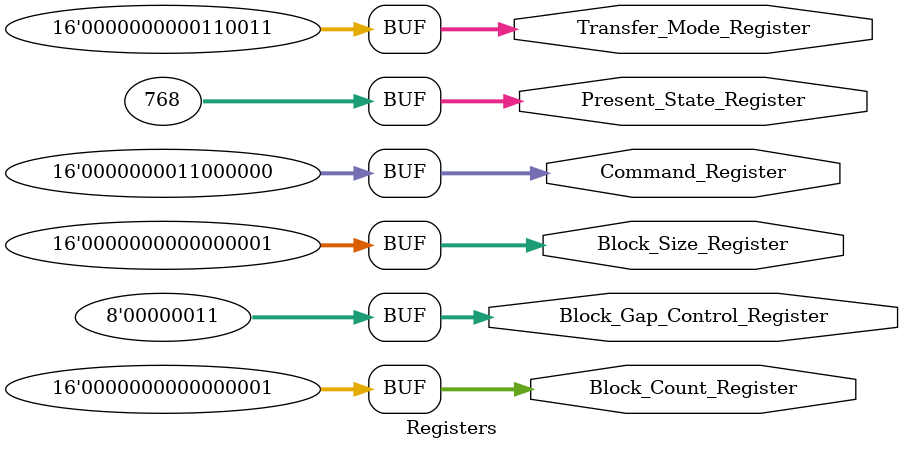
<source format=v>
module Registers(Block_Size_Register, Block_Count_Register, Transfer_Mode_Register, Present_State_Register, Block_Gap_Control_Register, Command_Register);

  output [15:0] Block_Size_Register;     //Offset 004h, interesa bit [11:0] 
  output [15:0] Block_Count_Register;    //Offset 006h, interesan todos los bits
  output [15:0] Transfer_Mode_Register;  //Offset 00Ch, interesan los bits 05, 04, 01,00.
  output [31:0] Present_State_Register;  //Offset 024h, interesan los bits 09,08.
  output [7:0]  Block_Gap_Control_Register;    //Offset 02Ah, interesan los bits 0,1.
  output [15:0]  Command_Register;        //Offset 00Eh, interesan los bits 6 y 7.
  

  reg [15:0] Block_Size_Register;    
  reg [15:0] Block_Count_Register;    
  reg [15:0] Transfer_Mode_Register; 
  reg [31:0] Present_State_Register; 
  reg [7:0]  Block_Gap_Control_Register;    
  reg [15:0]  Command_Register;  

initial begin
//Interesan
Block_Size_Register[11:0] <= 1; 
Block_Count_Register[15:0] <=1;
Transfer_Mode_Register[5]  <=1;
Transfer_Mode_Register[4]  <=1;
Transfer_Mode_Register[1]  <=1;
Transfer_Mode_Register[0]  <=1;
Present_State_Register[9]  <=1;
Present_State_Register[8]  <=1;
Block_Gap_Control_Register[0] <=1;
Block_Gap_Control_Register[1] <=1;
Command_Register[6]<=1;
Command_Register[7]<=1;

//No Interesan
Block_Size_Register[15:12] <= 0; 
Transfer_Mode_Register[2]  <= 0;
Transfer_Mode_Register[3]  <= 0;
Transfer_Mode_Register[15:6]<=0;
Present_State_Register[31:10]  <=0;
Present_State_Register[7:0]  <=0;
Block_Gap_Control_Register[7:2] <=0;
Command_Register[5:0] <=0;
Command_Register[15:8] <=0;
end    
endmodule

</source>
